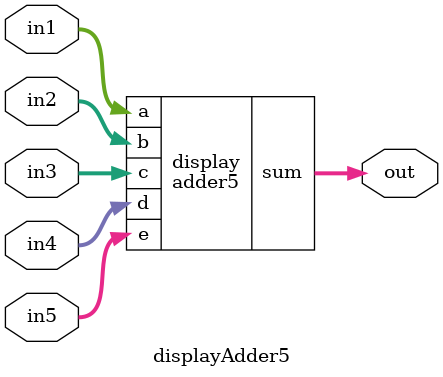
<source format=v>


// CMOS gates (declarative Verilog)
// Includes propagation delay t_PD = 1
module inverter(a,y);
    input a;
    output y;

    assign #1 y = ~a;
endmodule

module fa_gate_1(a,b,c,y);
    input a,b,c;
    output y;

    assign #1 y = ~((a&b) | (c&(b|a)));
endmodule

module fa_gate_2(a,b,c,m,y);
    input a,b,c,m;
    output y;

    assign #1 y = ~((a&b&c) | ((a|b|c)&m));
endmodule

// Full adder (structural Verilog)
module fa(a,b,ci,co,s);
    input a,b,ci;
    output s,co;

    wire nco, ns;

    fa_gate_1   fa_gate_1_1(a,b,ci, nco);
    fa_gate_2   fa_gate_2_1(a,b,ci,nco, ns);
    inverter    inverter_1(nco, co); 
    inverter    inverter_2(ns, s);
endmodule

// 5+2 input full adder (structural Verilog)
// IMPORTANT: Do not change module or port names
module fa5 (a,b,c,d,e,ci0,ci1, 
            co1,co0,s);

    input a,b,c,d,e,ci0,ci1;
    output co1, co0, s;
    
  	wire c1,c2,c3,c4,c5,c6,s1,s2,s3,s4;
  
  	fa fa0(c,a,b,c1,s1);
  	fa fa1(e,d,ci1,c2,s2);
  	fa fa2(s1,s2,ci0,c3,s);
  	fa fa3(c1,c2,c3,co1,co0);  	
  
endmodule

// 5-input 4-bit ripple-carry adder (structural Verilog)
// IMPORTANT: Do not change module or port names
module adder5 (a,b,c,d,e,sum);
    input [3:0] a,b,c,d,e;
  	output [6:0] sum;
  
  	wire c2,c4_1,c4_2,c8_1,c8_2,c16_1,c16_2,c32_1,c32_2;
  
  	fa5 fa5_0(a[0],b[0],c[0],d[0],e[0],0,0,c4_1,c2,sum[0]);
  	fa5 fa5_1(a[1],b[1],c[1],d[1],e[1],c2,0,c8_1,c4_2,sum[1]);
    fa5 fa5_2(a[2],b[2],c[2],d[2],e[2],c4_2,c4_1,c16_1,c8_2,sum[2]);
    fa5 fa5_3(a[3],b[3],c[3],d[3],e[3],c8_2,c8_1,c32_1,c16_2,sum[3]);
  	fa 	fa_4(c16_1,c16_2,0,c32_2,sum[4]);
  	fa 	fa_5(c32_1,c32_2,0,sum[6],sum[5]);
endmodule

/*module displayAdder(in,ci0,ci1,out);
reg[6:0] LED_out;
input [4:0] in;
input ci0,ci1;
output [6:0] out;

wire [2:0] sum;
fa5 display(in[4],in[3],in[2],in[1],in[0],ci1,ci0,sum[2],sum[1],sum[0]);

always @(*)
begin
 case(sum)
 3'b000: LED_out = 7'b1000000; // "0"  
 3'b001: LED_out = 7'b1111001; // "1" 
 3'b010: LED_out = 7'b0100100; // "2" 
 3'b011: LED_out = 7'b0110000; // "3" 
 3'b100: LED_out = 7'b0011001; // "4" 
 3'b101: LED_out = 7'b0010010; // "5" 
 3'b110: LED_out = 7'b0000010; // "6" 
 3'b111: LED_out = 7'b1111000; // "7" 
 default: LED_out = 7'b1000000; // "0"
 endcase
end

assign out = LED_out;

endmodule*/

module displayAdder5(in1,in2,in3,in4,in5,out);
input [3:0] in1, in2, in3, in4, in5; //4 bit numbers
output [6:0] out;


adder5 display(in1, in2, in3, in4, in5, out);


endmodule


</source>
